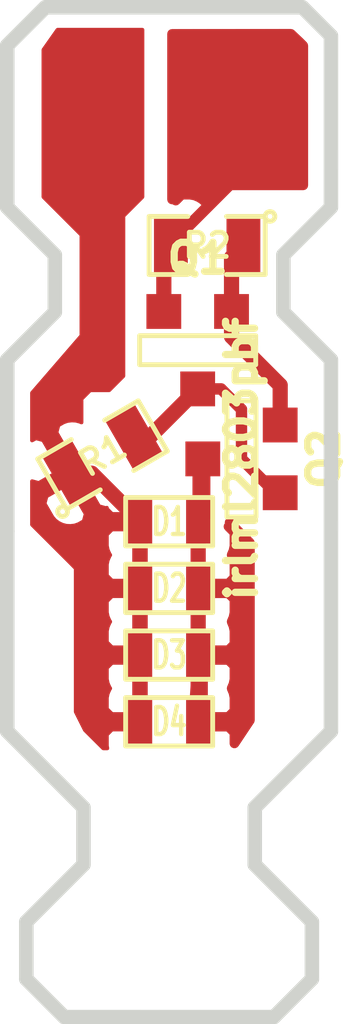
<source format=kicad_pcb>
(kicad_pcb (version 3) (host pcbnew "(2013-mar-13)-testing")

  (general
    (links 13)
    (no_connects 0)
    (area 142.308579 102.809039 151.48687 129.689861)
    (thickness 1.6002)
    (drawings 31)
    (tracks 37)
    (zones 0)
    (modules 8)
    (nets 6)
  )

  (page A4)
  (title_block
    (date "10 sep 2012")
  )

  (layers
    (15 Front signal)
    (0 Back signal)
    (16 B.Adhes user)
    (17 F.Adhes user)
    (18 B.Paste user)
    (19 F.Paste user)
    (20 B.SilkS user)
    (21 F.SilkS user)
    (22 B.Mask user)
    (23 F.Mask user)
    (24 Dwgs.User user)
    (25 Cmts.User user)
    (26 Eco1.User user)
    (27 Eco2.User user)
    (28 Edge.Cuts user)
  )

  (setup
    (last_trace_width 0.39878)
    (trace_clearance 0.14986)
    (zone_clearance 0.39878)
    (zone_45_only no)
    (trace_min 0.2032)
    (segment_width 0.381)
    (edge_width 0.381)
    (via_size 0.889)
    (via_drill 0.635)
    (via_min_size 0.889)
    (via_min_drill 0.508)
    (uvia_size 0.508)
    (uvia_drill 0.127)
    (uvias_allowed no)
    (uvia_min_size 0.508)
    (uvia_min_drill 0.127)
    (pcb_text_width 0.3048)
    (pcb_text_size 1.524 2.032)
    (mod_edge_width 0.381)
    (mod_text_size 1.524 1.524)
    (mod_text_width 0.3048)
    (pad_size 2.99974 2.99974)
    (pad_drill 1.50114)
    (pad_to_mask_clearance 0.254)
    (aux_axis_origin 0 0)
    (visible_elements FFFFFF7F)
    (pcbplotparams
      (layerselection 3178497)
      (usegerberextensions true)
      (excludeedgelayer true)
      (linewidth 0.100000)
      (plotframeref false)
      (viasonmask false)
      (mode 1)
      (useauxorigin false)
      (hpglpennumber 1)
      (hpglpenspeed 20)
      (hpglpendiameter 15)
      (hpglpenoverlay 2)
      (psnegative false)
      (psa4output false)
      (plotreference true)
      (plotvalue true)
      (plotothertext true)
      (plotinvisibletext false)
      (padsonsilk false)
      (subtractmaskfromsilk false)
      (outputformat 1)
      (mirror false)
      (drillshape 1)
      (scaleselection 1)
      (outputdirectory ""))
  )

  (net 0 "")
  (net 1 +BATT)
  (net 2 GND)
  (net 3 N-000001)
  (net 4 N-000003)
  (net 5 N-000005)

  (net_class Default "This is the default net class."
    (clearance 0.14986)
    (trace_width 0.39878)
    (via_dia 0.889)
    (via_drill 0.635)
    (uvia_dia 0.508)
    (uvia_drill 0.127)
    (add_net "")
    (add_net +BATT)
    (add_net GND)
    (add_net N-000001)
    (add_net N-000003)
    (add_net N-000005)
  )

  (net_class normal ""
    (clearance 0.20066)
    (trace_width 0.50038)
    (via_dia 0.889)
    (via_drill 0.635)
    (uvia_dia 0.508)
    (uvia_drill 0.127)
  )

  (module SM0603 (layer Front) (tedit 455C3716) (tstamp 504DE3D2)
    (at 146.75104 121.74982)
    (path /504BB8FD)
    (attr smd)
    (fp_text reference D4 (at 0 0) (layer F.SilkS)
      (effects (font (size 0.7112 0.4572) (thickness 0.1143)))
    )
    (fp_text value R (at 0 0) (layer F.SilkS) hide
      (effects (font (size 0.7112 0.4572) (thickness 0.1143)))
    )
    (fp_line (start -1.143 -0.635) (end 1.143 -0.635) (layer F.SilkS) (width 0.127))
    (fp_line (start 1.143 -0.635) (end 1.143 0.635) (layer F.SilkS) (width 0.127))
    (fp_line (start 1.143 0.635) (end -1.143 0.635) (layer F.SilkS) (width 0.127))
    (fp_line (start -1.143 0.635) (end -1.143 -0.635) (layer F.SilkS) (width 0.127))
    (pad 1 smd rect (at -0.762 0) (size 0.635 1.143)
      (layers Front F.Paste F.Mask)
      (net 1 +BATT)
    )
    (pad 2 smd rect (at 0.762 0) (size 0.635 1.143)
      (layers Front F.Paste F.Mask)
      (net 5 N-000005)
    )
    (model smd/chip_cms.wrl
      (at (xyz 0 0 0))
      (scale (xyz 0.08 0.08 0.08))
      (rotate (xyz 0 0 0))
    )
  )

  (module SM0603 (layer Front) (tedit 455C3716) (tstamp 504BC127)
    (at 146.75104 119.99976)
    (path /504BB8FA)
    (attr smd)
    (fp_text reference D3 (at 0 0) (layer F.SilkS)
      (effects (font (size 0.7112 0.4572) (thickness 0.1143)))
    )
    (fp_text value R (at 0 0) (layer F.SilkS) hide
      (effects (font (size 0.7112 0.4572) (thickness 0.1143)))
    )
    (fp_line (start -1.143 -0.635) (end 1.143 -0.635) (layer F.SilkS) (width 0.127))
    (fp_line (start 1.143 -0.635) (end 1.143 0.635) (layer F.SilkS) (width 0.127))
    (fp_line (start 1.143 0.635) (end -1.143 0.635) (layer F.SilkS) (width 0.127))
    (fp_line (start -1.143 0.635) (end -1.143 -0.635) (layer F.SilkS) (width 0.127))
    (pad 1 smd rect (at -0.762 0) (size 0.635 1.143)
      (layers Front F.Paste F.Mask)
      (net 1 +BATT)
    )
    (pad 2 smd rect (at 0.762 0) (size 0.635 1.143)
      (layers Front F.Paste F.Mask)
      (net 5 N-000005)
    )
    (model smd/chip_cms.wrl
      (at (xyz 0 0 0))
      (scale (xyz 0.08 0.08 0.08))
      (rotate (xyz 0 0 0))
    )
  )

  (module SM0603 (layer Front) (tedit 455C3716) (tstamp 504BC129)
    (at 146.75104 118.2497)
    (path /504BB8F6)
    (attr smd)
    (fp_text reference D2 (at 0 0) (layer F.SilkS)
      (effects (font (size 0.7112 0.4572) (thickness 0.1143)))
    )
    (fp_text value R (at 0 0) (layer F.SilkS) hide
      (effects (font (size 0.7112 0.4572) (thickness 0.1143)))
    )
    (fp_line (start -1.143 -0.635) (end 1.143 -0.635) (layer F.SilkS) (width 0.127))
    (fp_line (start 1.143 -0.635) (end 1.143 0.635) (layer F.SilkS) (width 0.127))
    (fp_line (start 1.143 0.635) (end -1.143 0.635) (layer F.SilkS) (width 0.127))
    (fp_line (start -1.143 0.635) (end -1.143 -0.635) (layer F.SilkS) (width 0.127))
    (pad 1 smd rect (at -0.762 0) (size 0.635 1.143)
      (layers Front F.Paste F.Mask)
      (net 1 +BATT)
    )
    (pad 2 smd rect (at 0.762 0) (size 0.635 1.143)
      (layers Front F.Paste F.Mask)
      (net 5 N-000005)
    )
    (model smd/chip_cms.wrl
      (at (xyz 0 0 0))
      (scale (xyz 0.08 0.08 0.08))
      (rotate (xyz 0 0 0))
    )
  )

  (module SM0603 (layer Front) (tedit 455C3716) (tstamp 504BC12B)
    (at 146.75104 116.49964)
    (path /504BB8F0)
    (attr smd)
    (fp_text reference D1 (at 0 0) (layer F.SilkS)
      (effects (font (size 0.7112 0.4572) (thickness 0.1143)))
    )
    (fp_text value R (at 0 0) (layer F.SilkS) hide
      (effects (font (size 0.7112 0.4572) (thickness 0.1143)))
    )
    (fp_line (start -1.143 -0.635) (end 1.143 -0.635) (layer F.SilkS) (width 0.127))
    (fp_line (start 1.143 -0.635) (end 1.143 0.635) (layer F.SilkS) (width 0.127))
    (fp_line (start 1.143 0.635) (end -1.143 0.635) (layer F.SilkS) (width 0.127))
    (fp_line (start -1.143 0.635) (end -1.143 -0.635) (layer F.SilkS) (width 0.127))
    (pad 1 smd rect (at -0.762 0) (size 0.635 1.143)
      (layers Front F.Paste F.Mask)
      (net 1 +BATT)
    )
    (pad 2 smd rect (at 0.762 0) (size 0.635 1.143)
      (layers Front F.Paste F.Mask)
      (net 5 N-000005)
    )
    (model smd/chip_cms.wrl
      (at (xyz 0 0 0))
      (scale (xyz 0.08 0.08 0.08))
      (rotate (xyz 0 0 0))
    )
  )

  (module SM0805 (layer Front) (tedit 42806E04) (tstamp 504DD4EA)
    (at 147.74926 109.25048 180)
    (path /504BB927)
    (attr smd)
    (fp_text reference R2 (at 0 0 180) (layer F.SilkS)
      (effects (font (size 0.635 0.635) (thickness 0.127)))
    )
    (fp_text value 6.2 (at 0 0 180) (layer F.SilkS) hide
      (effects (font (size 0.635 0.635) (thickness 0.127)))
    )
    (fp_circle (center -1.651 0.762) (end -1.651 0.635) (layer F.SilkS) (width 0.127))
    (fp_line (start -0.508 0.762) (end -1.524 0.762) (layer F.SilkS) (width 0.127))
    (fp_line (start -1.524 0.762) (end -1.524 -0.762) (layer F.SilkS) (width 0.127))
    (fp_line (start -1.524 -0.762) (end -0.508 -0.762) (layer F.SilkS) (width 0.127))
    (fp_line (start 0.508 -0.762) (end 1.524 -0.762) (layer F.SilkS) (width 0.127))
    (fp_line (start 1.524 -0.762) (end 1.524 0.762) (layer F.SilkS) (width 0.127))
    (fp_line (start 1.524 0.762) (end 0.508 0.762) (layer F.SilkS) (width 0.127))
    (pad 1 smd rect (at -0.9525 0 180) (size 0.889 1.397)
      (layers Front F.Paste F.Mask)
      (net 4 N-000003)
    )
    (pad 2 smd rect (at 0.9525 0 180) (size 0.889 1.397)
      (layers Front F.Paste F.Mask)
      (net 2 GND)
    )
    (model smd/chip_cms.wrl
      (at (xyz 0 0 0))
      (scale (xyz 0.1 0.1 0.1))
      (rotate (xyz 0 0 0))
    )
  )

  (module SM0805 (layer Front) (tedit 42806E04) (tstamp 504BC12E)
    (at 145.00098 114.74958 30)
    (path /504BB919)
    (attr smd)
    (fp_text reference R1 (at 0 0 30) (layer F.SilkS)
      (effects (font (size 0.635 0.635) (thickness 0.127)))
    )
    (fp_text value 100k (at 0 0 30) (layer F.SilkS) hide
      (effects (font (size 0.635 0.635) (thickness 0.127)))
    )
    (fp_circle (center -1.651 0.762) (end -1.651 0.635) (layer F.SilkS) (width 0.127))
    (fp_line (start -0.508 0.762) (end -1.524 0.762) (layer F.SilkS) (width 0.127))
    (fp_line (start -1.524 0.762) (end -1.524 -0.762) (layer F.SilkS) (width 0.127))
    (fp_line (start -1.524 -0.762) (end -0.508 -0.762) (layer F.SilkS) (width 0.127))
    (fp_line (start 0.508 -0.762) (end 1.524 -0.762) (layer F.SilkS) (width 0.127))
    (fp_line (start 1.524 -0.762) (end 1.524 0.762) (layer F.SilkS) (width 0.127))
    (fp_line (start 1.524 0.762) (end 0.508 0.762) (layer F.SilkS) (width 0.127))
    (pad 1 smd rect (at -0.9525 0 30) (size 0.889 1.397)
      (layers Front F.Paste F.Mask)
      (net 1 +BATT)
    )
    (pad 2 smd rect (at 0.9525 0 30) (size 0.889 1.397)
      (layers Front F.Paste F.Mask)
      (net 3 N-000001)
    )
    (model smd/chip_cms.wrl
      (at (xyz 0 0 0))
      (scale (xyz 0.1 0.1 0.1))
      (rotate (xyz 0 0 0))
    )
  )

  (module SOT23EBC (layer Front) (tedit 3F980186) (tstamp 504DD4E7)
    (at 147.50034 111.99876)
    (descr "Module CMS SOT23 Transistore EBC")
    (tags "CMS SOT")
    (path /504BB910)
    (attr smd)
    (fp_text reference Q1 (at 0 -2.413) (layer F.SilkS)
      (effects (font (size 0.762 0.762) (thickness 0.1905)))
    )
    (fp_text value BC847B (at 0 0) (layer F.SilkS) hide
      (effects (font (size 0.762 0.762) (thickness 0.1905)))
    )
    (fp_line (start -1.524 -0.381) (end 1.524 -0.381) (layer F.SilkS) (width 0.127))
    (fp_line (start 1.524 -0.381) (end 1.524 0.381) (layer F.SilkS) (width 0.127))
    (fp_line (start 1.524 0.381) (end -1.524 0.381) (layer F.SilkS) (width 0.127))
    (fp_line (start -1.524 0.381) (end -1.524 -0.381) (layer F.SilkS) (width 0.127))
    (pad 1 smd rect (at -0.889 -1.016) (size 0.9144 0.9144)
      (layers Front F.Paste F.Mask)
      (net 2 GND)
    )
    (pad 2 smd rect (at 0.889 -1.016) (size 0.9144 0.9144)
      (layers Front F.Paste F.Mask)
      (net 4 N-000003)
    )
    (pad 3 smd rect (at 0 1.016) (size 0.9144 0.9144)
      (layers Front F.Paste F.Mask)
      (net 3 N-000001)
    )
    (model smd/cms_sot23.wrl
      (at (xyz 0 0 0))
      (scale (xyz 0.13 0.15 0.15))
      (rotate (xyz 0 0 0))
    )
  )

  (module SOT23GDS (layer Front) (tedit 451262E6) (tstamp 504BC130)
    (at 148.65096 114.85118 270)
    (descr "Module CMS SOT23 Transistore EBC")
    (tags "CMS SOT")
    (path /504BB905)
    (attr smd)
    (fp_text reference Q2 (at 0 -2.159 270) (layer F.SilkS)
      (effects (font (size 0.762 0.762) (thickness 0.1905)))
    )
    (fp_text value irlml2803pbf (at 0 0 270) (layer F.SilkS)
      (effects (font (size 0.762 0.762) (thickness 0.1905)))
    )
    (fp_line (start -1.524 -0.381) (end 1.524 -0.381) (layer F.SilkS) (width 0.127))
    (fp_line (start 1.524 -0.381) (end 1.524 0.381) (layer F.SilkS) (width 0.127))
    (fp_line (start 1.524 0.381) (end -1.524 0.381) (layer F.SilkS) (width 0.127))
    (fp_line (start -1.524 0.381) (end -1.524 -0.381) (layer F.SilkS) (width 0.127))
    (pad S smd rect (at -0.889 -1.016 270) (size 0.9144 0.9144)
      (layers Front F.Paste F.Mask)
      (net 4 N-000003)
    )
    (pad G smd rect (at 0.889 -1.016 270) (size 0.9144 0.9144)
      (layers Front F.Paste F.Mask)
      (net 3 N-000001)
    )
    (pad D smd rect (at 0 1.016 270) (size 0.9144 0.9144)
      (layers Front F.Paste F.Mask)
      (net 5 N-000005)
    )
    (model smd/cms_sot23.wrl
      (at (xyz 0 0 0))
      (scale (xyz 0.13 0.15 0.15))
      (rotate (xyz 0 0 0))
    )
  )

  (gr_line (start 149.50186 129.49936) (end 145.9992 129.49936) (angle 90) (layer Edge.Cuts) (width 0.381))
  (gr_line (start 150.50008 128.50114) (end 149.50186 129.49936) (angle 90) (layer Edge.Cuts) (width 0.381))
  (gr_line (start 150.50008 127) (end 150.50008 128.50114) (angle 90) (layer Edge.Cuts) (width 0.381))
  (gr_line (start 148.99894 125.49886) (end 150.50008 127) (angle 90) (layer Edge.Cuts) (width 0.381))
  (gr_line (start 148.99894 124.00026) (end 148.99894 125.49886) (angle 90) (layer Edge.Cuts) (width 0.381))
  (gr_line (start 151.00046 121.99874) (end 148.99894 124.00026) (angle 90) (layer Edge.Cuts) (width 0.381))
  (gr_line (start 151.00046 116.49964) (end 151.00046 121.99874) (angle 90) (layer Edge.Cuts) (width 0.381))
  (gr_line (start 143.99768 129.49936) (end 146.49958 129.49936) (angle 90) (layer Edge.Cuts) (width 0.381))
  (gr_line (start 142.99946 128.50114) (end 143.99768 129.49936) (angle 90) (layer Edge.Cuts) (width 0.381))
  (gr_line (start 142.99946 127) (end 142.99946 128.50114) (angle 90) (layer Edge.Cuts) (width 0.381))
  (gr_line (start 144.5006 125.49886) (end 142.99946 127) (angle 90) (layer Edge.Cuts) (width 0.381))
  (gr_line (start 144.5006 124.00026) (end 144.5006 125.49886) (angle 90) (layer Edge.Cuts) (width 0.381))
  (gr_line (start 142.49908 121.99874) (end 144.5006 124.00026) (angle 90) (layer Edge.Cuts) (width 0.381))
  (gr_line (start 142.49908 116.49964) (end 142.49908 121.99874) (angle 90) (layer Edge.Cuts) (width 0.381))
  (gr_line (start 151.00046 103.74884) (end 151.00046 107.24896) (angle 90) (layer Edge.Cuts) (width 0.381))
  (gr_line (start 150.25116 102.99954) (end 151.00046 103.74884) (angle 90) (layer Edge.Cuts) (width 0.381))
  (gr_line (start 143.49984 102.99954) (end 150.25116 102.99954) (angle 90) (layer Edge.Cuts) (width 0.381))
  (gr_line (start 142.49908 104.0003) (end 143.49984 102.99954) (angle 90) (layer Edge.Cuts) (width 0.381))
  (gr_line (start 142.49908 107.00004) (end 142.49908 104.0003) (angle 90) (layer Edge.Cuts) (width 0.381))
  (gr_line (start 142.50162 116.7511) (end 142.49908 116.7511) (angle 90) (layer Edge.Cuts) (width 0.381))
  (gr_line (start 142.49908 106.75112) (end 142.49908 108.24972) (angle 90) (layer Edge.Cuts) (width 0.381))
  (gr_line (start 151.00046 106.75112) (end 151.00046 108.24972) (angle 90) (layer Edge.Cuts) (width 0.381))
  (gr_line (start 142.49908 116.7511) (end 142.49908 112.7506) (angle 90) (layer Edge.Cuts) (width 0.381))
  (gr_line (start 142.49908 112.25022) (end 142.49908 112.7506) (angle 90) (layer Edge.Cuts) (width 0.381))
  (gr_line (start 143.74876 111.00054) (end 142.49908 112.25022) (angle 90) (layer Edge.Cuts) (width 0.381))
  (gr_line (start 143.74876 109.4994) (end 143.74876 111.00054) (angle 90) (layer Edge.Cuts) (width 0.381))
  (gr_line (start 142.49908 108.24972) (end 143.74876 109.4994) (angle 90) (layer Edge.Cuts) (width 0.381))
  (gr_line (start 151.00046 112.25022) (end 151.00046 116.7511) (angle 90) (layer Edge.Cuts) (width 0.381))
  (gr_line (start 149.75078 111.00054) (end 151.00046 112.25022) (angle 90) (layer Edge.Cuts) (width 0.381))
  (gr_line (start 149.75078 109.4994) (end 149.75078 111.00054) (angle 90) (layer Edge.Cuts) (width 0.381))
  (gr_line (start 151.00046 108.24972) (end 149.75078 109.4994) (angle 90) (layer Edge.Cuts) (width 0.381))

  (segment (start 145.98904 121.74982) (end 145.98904 119.99976) (width 0.39878) (layer Front) (net 1) (status C00))
  (segment (start 145.98904 119.99976) (end 145.98904 118.2497) (width 0.39878) (layer Front) (net 1) (status C00))
  (segment (start 145.98904 118.2497) (end 145.98904 116.49964) (width 0.39878) (layer Front) (net 1) (status C00))
  (segment (start 145.98904 116.49964) (end 144.7165 115.2271) (width 0.39878) (layer Front) (net 1) (status 800))
  (segment (start 144.7165 115.2271) (end 144.17548 115.2271) (width 0.39878) (layer Front) (net 1) (status 400))
  (segment (start 145.98904 119.99976) (end 145.98904 118.2497) (width 0.29972) (layer Front) (net 1) (status C00))
  (segment (start 145.98904 118.2497) (end 145.98904 116.49964) (width 0.29972) (layer Front) (net 1) (status C00))
  (segment (start 145.98904 116.49964) (end 144.7165 115.2271) (width 0.29972) (layer Front) (net 1) (status 800))
  (segment (start 144.7165 115.2271) (end 144.17548 115.2271) (width 0.29972) (layer Front) (net 1) (status 400))
  (segment (start 146.61134 110.98276) (end 146.61134 109.4359) (width 0.39878) (layer Front) (net 2) (status 800))
  (segment (start 146.61134 109.4359) (end 146.79676 109.25048) (width 0.39878) (layer Front) (net 2) (status 400))
  (segment (start 146.79676 109.25048) (end 146.79676 109.20222) (width 0.29972) (layer Front) (net 2) (status 800))
  (segment (start 146.79676 109.20222) (end 148.99894 107.00004) (width 0.29972) (layer Front) (net 2))
  (segment (start 145.82648 114.27206) (end 146.24304 114.27206) (width 0.39878) (layer Front) (net 3) (status 800))
  (segment (start 146.24304 114.27206) (end 147.50034 113.01476) (width 0.39878) (layer Front) (net 3) (status 400))
  (segment (start 149.66696 115.74018) (end 149.53996 115.74018) (width 0.29972) (layer Front) (net 3) (status 800))
  (segment (start 148.11502 113.01476) (end 147.50034 113.01476) (width 0.29972) (layer Front) (net 3) (status 400))
  (segment (start 148.65096 113.5507) (end 148.11502 113.01476) (width 0.29972) (layer Front) (net 3))
  (segment (start 148.65096 114.85118) (end 148.65096 113.5507) (width 0.29972) (layer Front) (net 3))
  (segment (start 149.53996 115.74018) (end 148.65096 114.85118) (width 0.29972) (layer Front) (net 3))
  (segment (start 146.24304 114.27206) (end 147.50034 113.01476) (width 0.29972) (layer Front) (net 3) (status 400))
  (segment (start 148.38934 110.98276) (end 148.38934 109.5629) (width 0.39878) (layer Front) (net 4) (status 800))
  (segment (start 148.38934 109.5629) (end 148.70176 109.25048) (width 0.39878) (layer Front) (net 4) (status 400))
  (segment (start 148.38934 109.5629) (end 148.70176 109.25048) (width 0.39878) (layer Front) (net 4) (status 400))
  (segment (start 149.66696 113.96218) (end 149.66696 112.91824) (width 0.39878) (layer Front) (net 4) (status 800))
  (segment (start 149.66696 112.91824) (end 148.38934 111.64062) (width 0.39878) (layer Front) (net 4))
  (segment (start 148.38934 111.64062) (end 148.38934 110.98276) (width 0.39878) (layer Front) (net 4) (status 400))
  (segment (start 148.38934 109.5629) (end 148.70176 109.25048) (width 0.29972) (layer Front) (net 4) (status 400))
  (segment (start 148.38934 111.64062) (end 148.38934 110.98276) (width 0.29972) (layer Front) (net 4) (status 400))
  (segment (start 149.66696 112.91824) (end 148.38934 111.64062) (width 0.29972) (layer Front) (net 4))
  (segment (start 147.51304 121.74982) (end 147.51304 119.99976) (width 0.39878) (layer Front) (net 5) (status C00))
  (segment (start 147.51304 119.99976) (end 147.51304 118.2497) (width 0.39878) (layer Front) (net 5) (status C00))
  (segment (start 147.51304 118.2497) (end 147.51304 116.49964) (width 0.39878) (layer Front) (net 5) (status C00))
  (segment (start 147.51304 116.49964) (end 147.63496 116.37772) (width 0.39878) (layer Front) (net 5) (status 800))
  (segment (start 147.63496 116.37772) (end 147.63496 114.85118) (width 0.39878) (layer Front) (net 5) (status 400))
  (segment (start 147.51304 121.74982) (end 147.51304 114.9731) (width 0.29972) (layer Front) (net 5) (status 800))
  (segment (start 147.51304 114.9731) (end 147.63496 114.85118) (width 0.29972) (layer Front) (net 5) (status 400))

  (zone (net 1) (net_name +BATT) (layer Front) (tstamp 504DEF4D) (hatch edge 0.508)
    (connect_pads (clearance 0.39878))
    (min_thickness 0.09906)
    (fill (arc_segments 32) (thermal_gap 0.508) (thermal_bridge_width 0.508))
    (polygon
      (pts
        (xy 146.1008 122.49912) (xy 146.1008 116.60124) (xy 144.89938 115.39982) (xy 144.4498 114.85118) (xy 144.5006 114.3)
        (xy 144.5006 113.30178) (xy 144.70126 113.10112) (xy 145.1991 113.10112) (xy 145.60042 112.6998) (xy 145.60042 108.50118)
        (xy 146.1008 108.0008) (xy 146.1008 103.251) (xy 144.00022 103.251) (xy 143.40078 104.09936) (xy 143.40078 108.0008)
        (xy 144.399 108.99902) (xy 144.399 111.59998) (xy 143.10106 113.10112) (xy 143.10106 116.60124) (xy 144.24914 117.74932)
        (xy 144.24914 121.5009) (xy 144.5006 121.99874) (xy 145.00098 122.49912)
      )
    )
    (filled_polygon
      (pts
        (xy 145.12798 122.44832) (xy 145.11528 122.37974) (xy 145.11528 122.09018) (xy 145.25244 121.95302) (xy 145.25244 121.54662)
        (xy 145.11528 121.40946) (xy 145.11528 121.1199) (xy 145.13814 121.01068) (xy 145.18132 120.91162) (xy 145.20418 120.87352)
        (xy 145.18132 120.83796) (xy 145.13814 120.7389) (xy 145.11528 120.62968) (xy 145.11528 120.34012) (xy 145.25244 120.20296)
        (xy 145.25244 119.79656) (xy 145.11528 119.6594) (xy 145.11528 119.36984) (xy 145.13814 119.26062) (xy 145.18132 119.16156)
        (xy 145.20418 119.12346) (xy 145.18132 119.0879) (xy 145.13814 118.98884) (xy 145.11528 118.87962) (xy 145.11528 118.59006)
        (xy 145.25244 118.4529) (xy 145.25244 118.0465) (xy 145.11528 117.90934) (xy 145.11528 117.61978) (xy 145.13814 117.51056)
        (xy 145.18132 117.4115) (xy 145.20418 117.3734) (xy 145.18132 117.33784) (xy 145.13814 117.23878) (xy 145.11528 117.12956)
        (xy 145.11528 116.84) (xy 145.25244 116.70284) (xy 145.83156 116.70284) (xy 145.83156 118.0465) (xy 145.25244 118.0465)
        (xy 145.25244 118.4529) (xy 145.83156 118.4529) (xy 145.83156 119.79656) (xy 145.25244 119.79656) (xy 145.25244 120.20296)
        (xy 145.83156 120.20296) (xy 145.83156 121.54662) (xy 145.25244 121.54662) (xy 145.25244 121.95302) (xy 145.78584 121.95302)
        (xy 145.83156 121.95302) (xy 146.05 121.95302) (xy 146.05 116.62156) (xy 145.72488 116.29644) (xy 145.25244 116.29644)
        (xy 145.11528 116.15928) (xy 145.11528 116.13134) (xy 145.0975 116.14404) (xy 144.90954 116.09324) (xy 144.45234 115.30076)
        (xy 144.24914 114.95024) (xy 144.39646 114.86388) (xy 144.39646 114.86388) (xy 144.24914 114.95024) (xy 143.79194 114.15776)
        (xy 143.84274 113.9698) (xy 143.9799 113.89106) (xy 144.0815 113.8555) (xy 144.19072 113.8428) (xy 144.29994 113.84788)
        (xy 144.40408 113.87582) (xy 144.4498 113.89614) (xy 144.4498 113.27892) (xy 144.6784 113.05032) (xy 145.17624 113.05032)
        (xy 145.54962 112.67694) (xy 145.54962 108.47832) (xy 146.05 107.97794) (xy 146.05 103.58882) (xy 143.81988 103.58882)
        (xy 143.44904 104.1146) (xy 143.44904 107.97794) (xy 144.44726 108.97616) (xy 144.44726 111.61776) (xy 143.14932 113.1189)
        (xy 143.14932 114.36858) (xy 143.25346 114.31016) (xy 143.44142 114.36096) (xy 143.89862 115.15344) (xy 143.32712 115.48364)
        (xy 143.14932 115.43538) (xy 143.14932 116.57838) (xy 144.16024 117.58676) (xy 144.16024 116.6114) (xy 144.05102 116.60632)
        (xy 143.94688 116.57838) (xy 143.84782 116.53012) (xy 143.76146 116.46662) (xy 143.6878 116.3828) (xy 143.63446 116.29136)
        (xy 143.47952 116.02212) (xy 143.53032 115.83416) (xy 144.10182 115.50396) (xy 144.55902 116.29644) (xy 144.50822 116.4844)
        (xy 144.37106 116.56314) (xy 144.26946 116.5987) (xy 144.16024 116.6114) (xy 144.16024 117.58676) (xy 144.2974 117.72646)
        (xy 144.2974 121.4882) (xy 144.5387 121.96826) (xy 145.0213 122.44832)
      )
    )
  )
  (zone (net 2) (net_name GND) (layer Front) (tstamp 504DF09F) (hatch edge 0.508)
    (connect_pads (clearance 0.508))
    (min_thickness 0.254)
    (fill (arc_segments 32) (thermal_gap 0.508) (thermal_bridge_width 0.508))
    (polygon
      (pts
        (xy 147.09902 111.39932) (xy 147.4978 111.00054) (xy 147.4978 108.50118) (xy 148.19884 107.80014) (xy 150.40102 107.80014)
        (xy 150.40102 103.9495) (xy 149.55012 103.1494) (xy 146.70024 103.1494) (xy 146.70024 111.39932)
      )
    )
    (filled_polygon
      (pts
        (xy 147.701 108.1151) (xy 148.1455 107.67314) (xy 150.27402 107.67314) (xy 150.27402 104.00792) (xy 150.16988 103.90378)
        (xy 149.9489 103.6955) (xy 146.82724 103.69804) (xy 146.82724 108.04398) (xy 146.92376 108.04398) (xy 146.92376 108.07446)
        (xy 147.08124 107.91698) (xy 147.30222 107.91698) (xy 147.42414 107.93984) (xy 147.53844 107.9881) (xy 147.64258 108.05668)
      )
    )
  )
  (zone (net 5) (net_name N-000005) (layer Front) (tstamp 504DF0EF) (hatch edge 0.508)
    (connect_pads (clearance 0.508))
    (min_thickness 0.254)
    (fill (arc_segments 32) (thermal_gap 0.508) (thermal_bridge_width 0.508))
    (polygon
      (pts
        (xy 148.5011 122.49912) (xy 148.99894 121.74982) (xy 148.99894 117.00002) (xy 147.701 115.70208) (xy 147.701 115.49888)
        (xy 147.20062 122.40006)
      )
    )
    (filled_polygon
      (pts
        (xy 148.46554 122.31878) (xy 148.87194 121.70918) (xy 148.87194 117.05082) (xy 148.33854 116.51742) (xy 148.33854 116.62664)
        (xy 148.30806 116.62664) (xy 148.46554 116.78412) (xy 148.46554 117.13972) (xy 148.44014 117.26164) (xy 148.39188 117.3734)
        (xy 148.44014 117.4877) (xy 148.46554 117.60962) (xy 148.46554 117.96522) (xy 148.30806 118.1227) (xy 147.64004 118.1227)
        (xy 147.63496 118.1227) (xy 147.61718 118.3767) (xy 147.64004 118.3767) (xy 148.30806 118.3767) (xy 148.46554 118.53418)
        (xy 148.46554 118.88978) (xy 148.44014 119.0117) (xy 148.39188 119.12346) (xy 148.44014 119.23776) (xy 148.46554 119.35968)
        (xy 148.46554 119.71528) (xy 148.30806 119.87276) (xy 147.64004 119.87276) (xy 147.50796 119.87276) (xy 147.38604 121.57964)
        (xy 147.38604 121.62282) (xy 147.38604 121.87682) (xy 147.64004 121.87682) (xy 147.64004 121.62282) (xy 147.64004 120.12676)
        (xy 148.30806 120.12676) (xy 148.46554 120.28424) (xy 148.46554 120.63984) (xy 148.44014 120.76176) (xy 148.39188 120.87352)
        (xy 148.44014 120.98782) (xy 148.46554 121.10974) (xy 148.46554 121.46534) (xy 148.30806 121.62282) (xy 147.64004 121.62282)
        (xy 147.64004 121.87682) (xy 148.30806 121.87682) (xy 148.46554 122.0343)
      )
    )
  )
)

</source>
